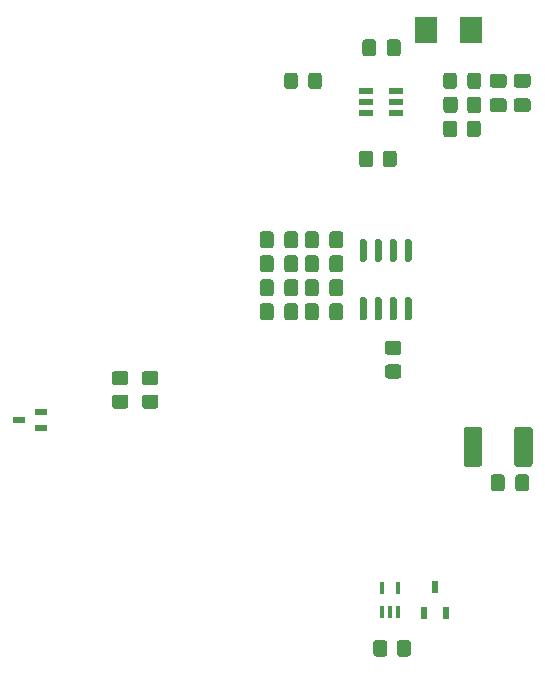
<source format=gbp>
%TF.GenerationSoftware,KiCad,Pcbnew,(5.1.10)-1*%
%TF.CreationDate,2022-05-04T21:28:41+02:00*%
%TF.ProjectId,telemetria tyl,74656c65-6d65-4747-9269-612074796c2e,rev?*%
%TF.SameCoordinates,Original*%
%TF.FileFunction,Paste,Bot*%
%TF.FilePolarity,Positive*%
%FSLAX46Y46*%
G04 Gerber Fmt 4.6, Leading zero omitted, Abs format (unit mm)*
G04 Created by KiCad (PCBNEW (5.1.10)-1) date 2022-05-04 21:28:41*
%MOMM*%
%LPD*%
G01*
G04 APERTURE LIST*
%ADD10R,1.854500X2.286000*%
%ADD11R,1.000000X0.550000*%
%ADD12R,1.200000X0.600000*%
%ADD13R,0.400000X1.050000*%
%ADD14R,0.600000X1.050000*%
G04 APERTURE END LIST*
%TO.C,R6*%
G36*
G01*
X79340000Y-38411999D02*
X79340000Y-39312001D01*
G75*
G02*
X79090001Y-39562000I-249999J0D01*
G01*
X78389999Y-39562000D01*
G75*
G02*
X78140000Y-39312001I0J249999D01*
G01*
X78140000Y-38411999D01*
G75*
G02*
X78389999Y-38162000I249999J0D01*
G01*
X79090001Y-38162000D01*
G75*
G02*
X79340000Y-38411999I0J-249999D01*
G01*
G37*
G36*
G01*
X81340000Y-38411999D02*
X81340000Y-39312001D01*
G75*
G02*
X81090001Y-39562000I-249999J0D01*
G01*
X80389999Y-39562000D01*
G75*
G02*
X80140000Y-39312001I0J249999D01*
G01*
X80140000Y-38411999D01*
G75*
G02*
X80389999Y-38162000I249999J0D01*
G01*
X81090001Y-38162000D01*
G75*
G02*
X81340000Y-38411999I0J-249999D01*
G01*
G37*
%TD*%
%TO.C,R5*%
G36*
G01*
X80172000Y-37280001D02*
X80172000Y-36379999D01*
G75*
G02*
X80421999Y-36130000I249999J0D01*
G01*
X81122001Y-36130000D01*
G75*
G02*
X81372000Y-36379999I0J-249999D01*
G01*
X81372000Y-37280001D01*
G75*
G02*
X81122001Y-37530000I-249999J0D01*
G01*
X80421999Y-37530000D01*
G75*
G02*
X80172000Y-37280001I0J249999D01*
G01*
G37*
G36*
G01*
X78172000Y-37280001D02*
X78172000Y-36379999D01*
G75*
G02*
X78421999Y-36130000I249999J0D01*
G01*
X79122001Y-36130000D01*
G75*
G02*
X79372000Y-36379999I0J-249999D01*
G01*
X79372000Y-37280001D01*
G75*
G02*
X79122001Y-37530000I-249999J0D01*
G01*
X78421999Y-37530000D01*
G75*
G02*
X78172000Y-37280001I0J249999D01*
G01*
G37*
%TD*%
%TO.C,R2*%
G36*
G01*
X73028000Y-41852001D02*
X73028000Y-40951999D01*
G75*
G02*
X73277999Y-40702000I249999J0D01*
G01*
X73978001Y-40702000D01*
G75*
G02*
X74228000Y-40951999I0J-249999D01*
G01*
X74228000Y-41852001D01*
G75*
G02*
X73978001Y-42102000I-249999J0D01*
G01*
X73277999Y-42102000D01*
G75*
G02*
X73028000Y-41852001I0J249999D01*
G01*
G37*
G36*
G01*
X71028000Y-41852001D02*
X71028000Y-40951999D01*
G75*
G02*
X71277999Y-40702000I249999J0D01*
G01*
X71978001Y-40702000D01*
G75*
G02*
X72228000Y-40951999I0J-249999D01*
G01*
X72228000Y-41852001D01*
G75*
G02*
X71978001Y-42102000I-249999J0D01*
G01*
X71277999Y-42102000D01*
G75*
G02*
X71028000Y-41852001I0J249999D01*
G01*
G37*
%TD*%
%TO.C,D4*%
G36*
G01*
X80206000Y-35248001D02*
X80206000Y-34347999D01*
G75*
G02*
X80455999Y-34098000I249999J0D01*
G01*
X81106001Y-34098000D01*
G75*
G02*
X81356000Y-34347999I0J-249999D01*
G01*
X81356000Y-35248001D01*
G75*
G02*
X81106001Y-35498000I-249999J0D01*
G01*
X80455999Y-35498000D01*
G75*
G02*
X80206000Y-35248001I0J249999D01*
G01*
G37*
G36*
G01*
X78156000Y-35248001D02*
X78156000Y-34347999D01*
G75*
G02*
X78405999Y-34098000I249999J0D01*
G01*
X79056001Y-34098000D01*
G75*
G02*
X79306000Y-34347999I0J-249999D01*
G01*
X79306000Y-35248001D01*
G75*
G02*
X79056001Y-35498000I-249999J0D01*
G01*
X78405999Y-35498000D01*
G75*
G02*
X78156000Y-35248001I0J249999D01*
G01*
G37*
%TD*%
%TO.C,D2*%
G36*
G01*
X65835000Y-34347999D02*
X65835000Y-35248001D01*
G75*
G02*
X65585001Y-35498000I-249999J0D01*
G01*
X64934999Y-35498000D01*
G75*
G02*
X64685000Y-35248001I0J249999D01*
G01*
X64685000Y-34347999D01*
G75*
G02*
X64934999Y-34098000I249999J0D01*
G01*
X65585001Y-34098000D01*
G75*
G02*
X65835000Y-34347999I0J-249999D01*
G01*
G37*
G36*
G01*
X67885000Y-34347999D02*
X67885000Y-35248001D01*
G75*
G02*
X67635001Y-35498000I-249999J0D01*
G01*
X66984999Y-35498000D01*
G75*
G02*
X66735000Y-35248001I0J249999D01*
G01*
X66735000Y-34347999D01*
G75*
G02*
X66984999Y-34098000I249999J0D01*
G01*
X67635001Y-34098000D01*
G75*
G02*
X67885000Y-34347999I0J-249999D01*
G01*
G37*
%TD*%
%TO.C,C6*%
G36*
G01*
X84361000Y-36264000D02*
X85311000Y-36264000D01*
G75*
G02*
X85561000Y-36514000I0J-250000D01*
G01*
X85561000Y-37189000D01*
G75*
G02*
X85311000Y-37439000I-250000J0D01*
G01*
X84361000Y-37439000D01*
G75*
G02*
X84111000Y-37189000I0J250000D01*
G01*
X84111000Y-36514000D01*
G75*
G02*
X84361000Y-36264000I250000J0D01*
G01*
G37*
G36*
G01*
X84361000Y-34189000D02*
X85311000Y-34189000D01*
G75*
G02*
X85561000Y-34439000I0J-250000D01*
G01*
X85561000Y-35114000D01*
G75*
G02*
X85311000Y-35364000I-250000J0D01*
G01*
X84361000Y-35364000D01*
G75*
G02*
X84111000Y-35114000I0J250000D01*
G01*
X84111000Y-34439000D01*
G75*
G02*
X84361000Y-34189000I250000J0D01*
G01*
G37*
%TD*%
%TO.C,C5*%
G36*
G01*
X82329000Y-36285500D02*
X83279000Y-36285500D01*
G75*
G02*
X83529000Y-36535500I0J-250000D01*
G01*
X83529000Y-37210500D01*
G75*
G02*
X83279000Y-37460500I-250000J0D01*
G01*
X82329000Y-37460500D01*
G75*
G02*
X82079000Y-37210500I0J250000D01*
G01*
X82079000Y-36535500D01*
G75*
G02*
X82329000Y-36285500I250000J0D01*
G01*
G37*
G36*
G01*
X82329000Y-34210500D02*
X83279000Y-34210500D01*
G75*
G02*
X83529000Y-34460500I0J-250000D01*
G01*
X83529000Y-35135500D01*
G75*
G02*
X83279000Y-35385500I-250000J0D01*
G01*
X82329000Y-35385500D01*
G75*
G02*
X82079000Y-35135500I0J250000D01*
G01*
X82079000Y-34460500D01*
G75*
G02*
X82329000Y-34210500I250000J0D01*
G01*
G37*
%TD*%
%TO.C,C3*%
G36*
G01*
X73369500Y-32479000D02*
X73369500Y-31529000D01*
G75*
G02*
X73619500Y-31279000I250000J0D01*
G01*
X74294500Y-31279000D01*
G75*
G02*
X74544500Y-31529000I0J-250000D01*
G01*
X74544500Y-32479000D01*
G75*
G02*
X74294500Y-32729000I-250000J0D01*
G01*
X73619500Y-32729000D01*
G75*
G02*
X73369500Y-32479000I0J250000D01*
G01*
G37*
G36*
G01*
X71294500Y-32479000D02*
X71294500Y-31529000D01*
G75*
G02*
X71544500Y-31279000I250000J0D01*
G01*
X72219500Y-31279000D01*
G75*
G02*
X72469500Y-31529000I0J-250000D01*
G01*
X72469500Y-32479000D01*
G75*
G02*
X72219500Y-32729000I-250000J0D01*
G01*
X71544500Y-32729000D01*
G75*
G02*
X71294500Y-32479000I0J250000D01*
G01*
G37*
%TD*%
%TO.C,C13*%
G36*
G01*
X68522000Y-48735000D02*
X68522000Y-47785000D01*
G75*
G02*
X68772000Y-47535000I250000J0D01*
G01*
X69447000Y-47535000D01*
G75*
G02*
X69697000Y-47785000I0J-250000D01*
G01*
X69697000Y-48735000D01*
G75*
G02*
X69447000Y-48985000I-250000J0D01*
G01*
X68772000Y-48985000D01*
G75*
G02*
X68522000Y-48735000I0J250000D01*
G01*
G37*
G36*
G01*
X66447000Y-48735000D02*
X66447000Y-47785000D01*
G75*
G02*
X66697000Y-47535000I250000J0D01*
G01*
X67372000Y-47535000D01*
G75*
G02*
X67622000Y-47785000I0J-250000D01*
G01*
X67622000Y-48735000D01*
G75*
G02*
X67372000Y-48985000I-250000J0D01*
G01*
X66697000Y-48985000D01*
G75*
G02*
X66447000Y-48735000I0J250000D01*
G01*
G37*
%TD*%
%TO.C,C14*%
G36*
G01*
X66447000Y-50767000D02*
X66447000Y-49817000D01*
G75*
G02*
X66697000Y-49567000I250000J0D01*
G01*
X67372000Y-49567000D01*
G75*
G02*
X67622000Y-49817000I0J-250000D01*
G01*
X67622000Y-50767000D01*
G75*
G02*
X67372000Y-51017000I-250000J0D01*
G01*
X66697000Y-51017000D01*
G75*
G02*
X66447000Y-50767000I0J250000D01*
G01*
G37*
G36*
G01*
X68522000Y-50767000D02*
X68522000Y-49817000D01*
G75*
G02*
X68772000Y-49567000I250000J0D01*
G01*
X69447000Y-49567000D01*
G75*
G02*
X69697000Y-49817000I0J-250000D01*
G01*
X69697000Y-50767000D01*
G75*
G02*
X69447000Y-51017000I-250000J0D01*
G01*
X68772000Y-51017000D01*
G75*
G02*
X68522000Y-50767000I0J250000D01*
G01*
G37*
%TD*%
%TO.C,C12*%
G36*
G01*
X83348500Y-68359000D02*
X83348500Y-69309000D01*
G75*
G02*
X83098500Y-69559000I-250000J0D01*
G01*
X82423500Y-69559000D01*
G75*
G02*
X82173500Y-69309000I0J250000D01*
G01*
X82173500Y-68359000D01*
G75*
G02*
X82423500Y-68109000I250000J0D01*
G01*
X83098500Y-68109000D01*
G75*
G02*
X83348500Y-68359000I0J-250000D01*
G01*
G37*
G36*
G01*
X85423500Y-68359000D02*
X85423500Y-69309000D01*
G75*
G02*
X85173500Y-69559000I-250000J0D01*
G01*
X84498500Y-69559000D01*
G75*
G02*
X84248500Y-69309000I0J250000D01*
G01*
X84248500Y-68359000D01*
G75*
G02*
X84498500Y-68109000I250000J0D01*
G01*
X85173500Y-68109000D01*
G75*
G02*
X85423500Y-68359000I0J-250000D01*
G01*
G37*
%TD*%
%TO.C,C15*%
G36*
G01*
X68522000Y-52799000D02*
X68522000Y-51849000D01*
G75*
G02*
X68772000Y-51599000I250000J0D01*
G01*
X69447000Y-51599000D01*
G75*
G02*
X69697000Y-51849000I0J-250000D01*
G01*
X69697000Y-52799000D01*
G75*
G02*
X69447000Y-53049000I-250000J0D01*
G01*
X68772000Y-53049000D01*
G75*
G02*
X68522000Y-52799000I0J250000D01*
G01*
G37*
G36*
G01*
X66447000Y-52799000D02*
X66447000Y-51849000D01*
G75*
G02*
X66697000Y-51599000I250000J0D01*
G01*
X67372000Y-51599000D01*
G75*
G02*
X67622000Y-51849000I0J-250000D01*
G01*
X67622000Y-52799000D01*
G75*
G02*
X67372000Y-53049000I-250000J0D01*
G01*
X66697000Y-53049000D01*
G75*
G02*
X66447000Y-52799000I0J250000D01*
G01*
G37*
%TD*%
%TO.C,C17*%
G36*
G01*
X64690500Y-48735000D02*
X64690500Y-47785000D01*
G75*
G02*
X64940500Y-47535000I250000J0D01*
G01*
X65615500Y-47535000D01*
G75*
G02*
X65865500Y-47785000I0J-250000D01*
G01*
X65865500Y-48735000D01*
G75*
G02*
X65615500Y-48985000I-250000J0D01*
G01*
X64940500Y-48985000D01*
G75*
G02*
X64690500Y-48735000I0J250000D01*
G01*
G37*
G36*
G01*
X62615500Y-48735000D02*
X62615500Y-47785000D01*
G75*
G02*
X62865500Y-47535000I250000J0D01*
G01*
X63540500Y-47535000D01*
G75*
G02*
X63790500Y-47785000I0J-250000D01*
G01*
X63790500Y-48735000D01*
G75*
G02*
X63540500Y-48985000I-250000J0D01*
G01*
X62865500Y-48985000D01*
G75*
G02*
X62615500Y-48735000I0J250000D01*
G01*
G37*
%TD*%
%TO.C,C20*%
G36*
G01*
X62615500Y-54831000D02*
X62615500Y-53881000D01*
G75*
G02*
X62865500Y-53631000I250000J0D01*
G01*
X63540500Y-53631000D01*
G75*
G02*
X63790500Y-53881000I0J-250000D01*
G01*
X63790500Y-54831000D01*
G75*
G02*
X63540500Y-55081000I-250000J0D01*
G01*
X62865500Y-55081000D01*
G75*
G02*
X62615500Y-54831000I0J250000D01*
G01*
G37*
G36*
G01*
X64690500Y-54831000D02*
X64690500Y-53881000D01*
G75*
G02*
X64940500Y-53631000I250000J0D01*
G01*
X65615500Y-53631000D01*
G75*
G02*
X65865500Y-53881000I0J-250000D01*
G01*
X65865500Y-54831000D01*
G75*
G02*
X65615500Y-55081000I-250000J0D01*
G01*
X64940500Y-55081000D01*
G75*
G02*
X64690500Y-54831000I0J250000D01*
G01*
G37*
%TD*%
%TO.C,R4*%
G36*
G01*
X74364001Y-58004000D02*
X73463999Y-58004000D01*
G75*
G02*
X73214000Y-57754001I0J249999D01*
G01*
X73214000Y-57053999D01*
G75*
G02*
X73463999Y-56804000I249999J0D01*
G01*
X74364001Y-56804000D01*
G75*
G02*
X74614000Y-57053999I0J-249999D01*
G01*
X74614000Y-57754001D01*
G75*
G02*
X74364001Y-58004000I-249999J0D01*
G01*
G37*
G36*
G01*
X74364001Y-60004000D02*
X73463999Y-60004000D01*
G75*
G02*
X73214000Y-59754001I0J249999D01*
G01*
X73214000Y-59053999D01*
G75*
G02*
X73463999Y-58804000I249999J0D01*
G01*
X74364001Y-58804000D01*
G75*
G02*
X74614000Y-59053999I0J-249999D01*
G01*
X74614000Y-59754001D01*
G75*
G02*
X74364001Y-60004000I-249999J0D01*
G01*
G37*
%TD*%
%TO.C,C18*%
G36*
G01*
X62615500Y-50767000D02*
X62615500Y-49817000D01*
G75*
G02*
X62865500Y-49567000I250000J0D01*
G01*
X63540500Y-49567000D01*
G75*
G02*
X63790500Y-49817000I0J-250000D01*
G01*
X63790500Y-50767000D01*
G75*
G02*
X63540500Y-51017000I-250000J0D01*
G01*
X62865500Y-51017000D01*
G75*
G02*
X62615500Y-50767000I0J250000D01*
G01*
G37*
G36*
G01*
X64690500Y-50767000D02*
X64690500Y-49817000D01*
G75*
G02*
X64940500Y-49567000I250000J0D01*
G01*
X65615500Y-49567000D01*
G75*
G02*
X65865500Y-49817000I0J-250000D01*
G01*
X65865500Y-50767000D01*
G75*
G02*
X65615500Y-51017000I-250000J0D01*
G01*
X64940500Y-51017000D01*
G75*
G02*
X64690500Y-50767000I0J250000D01*
G01*
G37*
%TD*%
%TO.C,C16*%
G36*
G01*
X68500500Y-54831000D02*
X68500500Y-53881000D01*
G75*
G02*
X68750500Y-53631000I250000J0D01*
G01*
X69425500Y-53631000D01*
G75*
G02*
X69675500Y-53881000I0J-250000D01*
G01*
X69675500Y-54831000D01*
G75*
G02*
X69425500Y-55081000I-250000J0D01*
G01*
X68750500Y-55081000D01*
G75*
G02*
X68500500Y-54831000I0J250000D01*
G01*
G37*
G36*
G01*
X66425500Y-54831000D02*
X66425500Y-53881000D01*
G75*
G02*
X66675500Y-53631000I250000J0D01*
G01*
X67350500Y-53631000D01*
G75*
G02*
X67600500Y-53881000I0J-250000D01*
G01*
X67600500Y-54831000D01*
G75*
G02*
X67350500Y-55081000I-250000J0D01*
G01*
X66675500Y-55081000D01*
G75*
G02*
X66425500Y-54831000I0J250000D01*
G01*
G37*
%TD*%
%TO.C,C19*%
G36*
G01*
X64712000Y-52799000D02*
X64712000Y-51849000D01*
G75*
G02*
X64962000Y-51599000I250000J0D01*
G01*
X65637000Y-51599000D01*
G75*
G02*
X65887000Y-51849000I0J-250000D01*
G01*
X65887000Y-52799000D01*
G75*
G02*
X65637000Y-53049000I-250000J0D01*
G01*
X64962000Y-53049000D01*
G75*
G02*
X64712000Y-52799000I0J250000D01*
G01*
G37*
G36*
G01*
X62637000Y-52799000D02*
X62637000Y-51849000D01*
G75*
G02*
X62887000Y-51599000I250000J0D01*
G01*
X63562000Y-51599000D01*
G75*
G02*
X63812000Y-51849000I0J-250000D01*
G01*
X63812000Y-52799000D01*
G75*
G02*
X63562000Y-53049000I-250000J0D01*
G01*
X62887000Y-53049000D01*
G75*
G02*
X62637000Y-52799000I0J250000D01*
G01*
G37*
%TD*%
%TO.C,FB1*%
G36*
G01*
X85729000Y-64335999D02*
X85729000Y-67236001D01*
G75*
G02*
X85479001Y-67486000I-249999J0D01*
G01*
X84403999Y-67486000D01*
G75*
G02*
X84154000Y-67236001I0J249999D01*
G01*
X84154000Y-64335999D01*
G75*
G02*
X84403999Y-64086000I249999J0D01*
G01*
X85479001Y-64086000D01*
G75*
G02*
X85729000Y-64335999I0J-249999D01*
G01*
G37*
G36*
G01*
X81454000Y-64335999D02*
X81454000Y-67236001D01*
G75*
G02*
X81204001Y-67486000I-249999J0D01*
G01*
X80128999Y-67486000D01*
G75*
G02*
X79879000Y-67236001I0J249999D01*
G01*
X79879000Y-64335999D01*
G75*
G02*
X80128999Y-64086000I249999J0D01*
G01*
X81204001Y-64086000D01*
G75*
G02*
X81454000Y-64335999I0J-249999D01*
G01*
G37*
%TD*%
D10*
%TO.C,L1*%
X80492500Y-30480000D03*
X76708000Y-30480000D03*
%TD*%
%TO.C,U2*%
G36*
G01*
X71224000Y-48177000D02*
X71524000Y-48177000D01*
G75*
G02*
X71674000Y-48327000I0J-150000D01*
G01*
X71674000Y-49977000D01*
G75*
G02*
X71524000Y-50127000I-150000J0D01*
G01*
X71224000Y-50127000D01*
G75*
G02*
X71074000Y-49977000I0J150000D01*
G01*
X71074000Y-48327000D01*
G75*
G02*
X71224000Y-48177000I150000J0D01*
G01*
G37*
G36*
G01*
X72494000Y-48177000D02*
X72794000Y-48177000D01*
G75*
G02*
X72944000Y-48327000I0J-150000D01*
G01*
X72944000Y-49977000D01*
G75*
G02*
X72794000Y-50127000I-150000J0D01*
G01*
X72494000Y-50127000D01*
G75*
G02*
X72344000Y-49977000I0J150000D01*
G01*
X72344000Y-48327000D01*
G75*
G02*
X72494000Y-48177000I150000J0D01*
G01*
G37*
G36*
G01*
X73764000Y-48177000D02*
X74064000Y-48177000D01*
G75*
G02*
X74214000Y-48327000I0J-150000D01*
G01*
X74214000Y-49977000D01*
G75*
G02*
X74064000Y-50127000I-150000J0D01*
G01*
X73764000Y-50127000D01*
G75*
G02*
X73614000Y-49977000I0J150000D01*
G01*
X73614000Y-48327000D01*
G75*
G02*
X73764000Y-48177000I150000J0D01*
G01*
G37*
G36*
G01*
X75034000Y-48177000D02*
X75334000Y-48177000D01*
G75*
G02*
X75484000Y-48327000I0J-150000D01*
G01*
X75484000Y-49977000D01*
G75*
G02*
X75334000Y-50127000I-150000J0D01*
G01*
X75034000Y-50127000D01*
G75*
G02*
X74884000Y-49977000I0J150000D01*
G01*
X74884000Y-48327000D01*
G75*
G02*
X75034000Y-48177000I150000J0D01*
G01*
G37*
G36*
G01*
X75034000Y-53127000D02*
X75334000Y-53127000D01*
G75*
G02*
X75484000Y-53277000I0J-150000D01*
G01*
X75484000Y-54927000D01*
G75*
G02*
X75334000Y-55077000I-150000J0D01*
G01*
X75034000Y-55077000D01*
G75*
G02*
X74884000Y-54927000I0J150000D01*
G01*
X74884000Y-53277000D01*
G75*
G02*
X75034000Y-53127000I150000J0D01*
G01*
G37*
G36*
G01*
X73764000Y-53127000D02*
X74064000Y-53127000D01*
G75*
G02*
X74214000Y-53277000I0J-150000D01*
G01*
X74214000Y-54927000D01*
G75*
G02*
X74064000Y-55077000I-150000J0D01*
G01*
X73764000Y-55077000D01*
G75*
G02*
X73614000Y-54927000I0J150000D01*
G01*
X73614000Y-53277000D01*
G75*
G02*
X73764000Y-53127000I150000J0D01*
G01*
G37*
G36*
G01*
X72494000Y-53127000D02*
X72794000Y-53127000D01*
G75*
G02*
X72944000Y-53277000I0J-150000D01*
G01*
X72944000Y-54927000D01*
G75*
G02*
X72794000Y-55077000I-150000J0D01*
G01*
X72494000Y-55077000D01*
G75*
G02*
X72344000Y-54927000I0J150000D01*
G01*
X72344000Y-53277000D01*
G75*
G02*
X72494000Y-53127000I150000J0D01*
G01*
G37*
G36*
G01*
X71224000Y-53127000D02*
X71524000Y-53127000D01*
G75*
G02*
X71674000Y-53277000I0J-150000D01*
G01*
X71674000Y-54927000D01*
G75*
G02*
X71524000Y-55077000I-150000J0D01*
G01*
X71224000Y-55077000D01*
G75*
G02*
X71074000Y-54927000I0J150000D01*
G01*
X71074000Y-53277000D01*
G75*
G02*
X71224000Y-53127000I150000J0D01*
G01*
G37*
%TD*%
D11*
%TO.C,BJT1*%
X44130000Y-62850000D03*
X44130000Y-64150000D03*
X42230000Y-63500000D03*
%TD*%
D12*
%TO.C,PS1*%
X71648000Y-35626000D03*
X71648000Y-36576000D03*
X71648000Y-37526000D03*
X74148000Y-37526000D03*
X74148000Y-36576000D03*
X74148000Y-35626000D03*
%TD*%
D13*
%TO.C,IC4*%
X74310000Y-79740000D03*
X73660000Y-79740000D03*
X73010000Y-79740000D03*
X73010000Y-77740000D03*
X74310000Y-77740000D03*
%TD*%
%TO.C,R20*%
G36*
G01*
X72225001Y-83295000D02*
X72225001Y-82394998D01*
G75*
G02*
X72475000Y-82144999I249999J0D01*
G01*
X73175002Y-82144999D01*
G75*
G02*
X73425001Y-82394998I0J-249999D01*
G01*
X73425001Y-83295000D01*
G75*
G02*
X73175002Y-83544999I-249999J0D01*
G01*
X72475000Y-83544999D01*
G75*
G02*
X72225001Y-83295000I0J249999D01*
G01*
G37*
G36*
G01*
X74225001Y-83295000D02*
X74225001Y-82394998D01*
G75*
G02*
X74475000Y-82144999I249999J0D01*
G01*
X75175002Y-82144999D01*
G75*
G02*
X75425001Y-82394998I0J-249999D01*
G01*
X75425001Y-83295000D01*
G75*
G02*
X75175002Y-83544999I-249999J0D01*
G01*
X74475000Y-83544999D01*
G75*
G02*
X74225001Y-83295000I0J249999D01*
G01*
G37*
%TD*%
%TO.C,R21*%
G36*
G01*
X51250001Y-60560000D02*
X50349999Y-60560000D01*
G75*
G02*
X50100000Y-60310001I0J249999D01*
G01*
X50100000Y-59609999D01*
G75*
G02*
X50349999Y-59360000I249999J0D01*
G01*
X51250001Y-59360000D01*
G75*
G02*
X51500000Y-59609999I0J-249999D01*
G01*
X51500000Y-60310001D01*
G75*
G02*
X51250001Y-60560000I-249999J0D01*
G01*
G37*
G36*
G01*
X51250001Y-62560000D02*
X50349999Y-62560000D01*
G75*
G02*
X50100000Y-62310001I0J249999D01*
G01*
X50100000Y-61609999D01*
G75*
G02*
X50349999Y-61360000I249999J0D01*
G01*
X51250001Y-61360000D01*
G75*
G02*
X51500000Y-61609999I0J-249999D01*
G01*
X51500000Y-62310001D01*
G75*
G02*
X51250001Y-62560000I-249999J0D01*
G01*
G37*
%TD*%
%TO.C,R22*%
G36*
G01*
X53790001Y-62560000D02*
X52889999Y-62560000D01*
G75*
G02*
X52640000Y-62310001I0J249999D01*
G01*
X52640000Y-61609999D01*
G75*
G02*
X52889999Y-61360000I249999J0D01*
G01*
X53790001Y-61360000D01*
G75*
G02*
X54040000Y-61609999I0J-249999D01*
G01*
X54040000Y-62310001D01*
G75*
G02*
X53790001Y-62560000I-249999J0D01*
G01*
G37*
G36*
G01*
X53790001Y-60560000D02*
X52889999Y-60560000D01*
G75*
G02*
X52640000Y-60310001I0J249999D01*
G01*
X52640000Y-59609999D01*
G75*
G02*
X52889999Y-59360000I249999J0D01*
G01*
X53790001Y-59360000D01*
G75*
G02*
X54040000Y-59609999I0J-249999D01*
G01*
X54040000Y-60310001D01*
G75*
G02*
X53790001Y-60560000I-249999J0D01*
G01*
G37*
%TD*%
D14*
%TO.C,Q1*%
X78420000Y-79840000D03*
X76520000Y-79840000D03*
X77470000Y-77640000D03*
%TD*%
M02*

</source>
